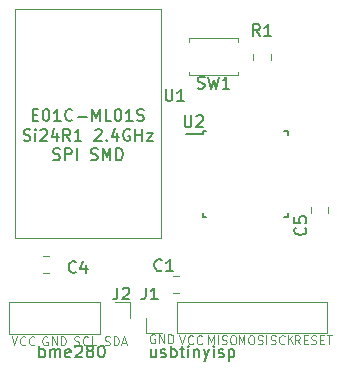
<source format=gbr>
G04 #@! TF.GenerationSoftware,KiCad,Pcbnew,(6.0.11)*
G04 #@! TF.CreationDate,2023-02-12T22:37:01+01:00*
G04 #@! TF.ProjectId,atmega328p-au--e01c-ml01s--bme280--cr2032,61746d65-6761-4333-9238-702d61752d2d,rev?*
G04 #@! TF.SameCoordinates,Original*
G04 #@! TF.FileFunction,Legend,Top*
G04 #@! TF.FilePolarity,Positive*
%FSLAX46Y46*%
G04 Gerber Fmt 4.6, Leading zero omitted, Abs format (unit mm)*
G04 Created by KiCad (PCBNEW (6.0.11)) date 2023-02-12 22:37:01*
%MOMM*%
%LPD*%
G01*
G04 APERTURE LIST*
%ADD10C,0.150000*%
%ADD11C,0.125000*%
%ADD12C,0.120000*%
G04 APERTURE END LIST*
D10*
X109504761Y-86085714D02*
X109504761Y-86752380D01*
X109076190Y-86085714D02*
X109076190Y-86609523D01*
X109123809Y-86704761D01*
X109219047Y-86752380D01*
X109361904Y-86752380D01*
X109457142Y-86704761D01*
X109504761Y-86657142D01*
X109933333Y-86704761D02*
X110028571Y-86752380D01*
X110219047Y-86752380D01*
X110314285Y-86704761D01*
X110361904Y-86609523D01*
X110361904Y-86561904D01*
X110314285Y-86466666D01*
X110219047Y-86419047D01*
X110076190Y-86419047D01*
X109980952Y-86371428D01*
X109933333Y-86276190D01*
X109933333Y-86228571D01*
X109980952Y-86133333D01*
X110076190Y-86085714D01*
X110219047Y-86085714D01*
X110314285Y-86133333D01*
X110790476Y-86752380D02*
X110790476Y-85752380D01*
X110790476Y-86133333D02*
X110885714Y-86085714D01*
X111076190Y-86085714D01*
X111171428Y-86133333D01*
X111219047Y-86180952D01*
X111266666Y-86276190D01*
X111266666Y-86561904D01*
X111219047Y-86657142D01*
X111171428Y-86704761D01*
X111076190Y-86752380D01*
X110885714Y-86752380D01*
X110790476Y-86704761D01*
X111552380Y-86085714D02*
X111933333Y-86085714D01*
X111695238Y-85752380D02*
X111695238Y-86609523D01*
X111742857Y-86704761D01*
X111838095Y-86752380D01*
X111933333Y-86752380D01*
X112266666Y-86752380D02*
X112266666Y-86085714D01*
X112266666Y-85752380D02*
X112219047Y-85800000D01*
X112266666Y-85847619D01*
X112314285Y-85800000D01*
X112266666Y-85752380D01*
X112266666Y-85847619D01*
X112742857Y-86085714D02*
X112742857Y-86752380D01*
X112742857Y-86180952D02*
X112790476Y-86133333D01*
X112885714Y-86085714D01*
X113028571Y-86085714D01*
X113123809Y-86133333D01*
X113171428Y-86228571D01*
X113171428Y-86752380D01*
X113552380Y-86085714D02*
X113790476Y-86752380D01*
X114028571Y-86085714D02*
X113790476Y-86752380D01*
X113695238Y-86990476D01*
X113647619Y-87038095D01*
X113552380Y-87085714D01*
X114409523Y-86752380D02*
X114409523Y-86085714D01*
X114409523Y-85752380D02*
X114361904Y-85800000D01*
X114409523Y-85847619D01*
X114457142Y-85800000D01*
X114409523Y-85752380D01*
X114409523Y-85847619D01*
X114838095Y-86704761D02*
X114933333Y-86752380D01*
X115123809Y-86752380D01*
X115219047Y-86704761D01*
X115266666Y-86609523D01*
X115266666Y-86561904D01*
X115219047Y-86466666D01*
X115123809Y-86419047D01*
X114980952Y-86419047D01*
X114885714Y-86371428D01*
X114838095Y-86276190D01*
X114838095Y-86228571D01*
X114885714Y-86133333D01*
X114980952Y-86085714D01*
X115123809Y-86085714D01*
X115219047Y-86133333D01*
X115695238Y-86085714D02*
X115695238Y-87085714D01*
X115695238Y-86133333D02*
X115790476Y-86085714D01*
X115980952Y-86085714D01*
X116076190Y-86133333D01*
X116123809Y-86180952D01*
X116171428Y-86276190D01*
X116171428Y-86561904D01*
X116123809Y-86657142D01*
X116076190Y-86704761D01*
X115980952Y-86752380D01*
X115790476Y-86752380D01*
X115695238Y-86704761D01*
X99661904Y-86752380D02*
X99661904Y-85752380D01*
X99661904Y-86133333D02*
X99757142Y-86085714D01*
X99947619Y-86085714D01*
X100042857Y-86133333D01*
X100090476Y-86180952D01*
X100138095Y-86276190D01*
X100138095Y-86561904D01*
X100090476Y-86657142D01*
X100042857Y-86704761D01*
X99947619Y-86752380D01*
X99757142Y-86752380D01*
X99661904Y-86704761D01*
X100566666Y-86752380D02*
X100566666Y-86085714D01*
X100566666Y-86180952D02*
X100614285Y-86133333D01*
X100709523Y-86085714D01*
X100852380Y-86085714D01*
X100947619Y-86133333D01*
X100995238Y-86228571D01*
X100995238Y-86752380D01*
X100995238Y-86228571D02*
X101042857Y-86133333D01*
X101138095Y-86085714D01*
X101280952Y-86085714D01*
X101376190Y-86133333D01*
X101423809Y-86228571D01*
X101423809Y-86752380D01*
X102280952Y-86704761D02*
X102185714Y-86752380D01*
X101995238Y-86752380D01*
X101900000Y-86704761D01*
X101852380Y-86609523D01*
X101852380Y-86228571D01*
X101900000Y-86133333D01*
X101995238Y-86085714D01*
X102185714Y-86085714D01*
X102280952Y-86133333D01*
X102328571Y-86228571D01*
X102328571Y-86323809D01*
X101852380Y-86419047D01*
X102709523Y-85847619D02*
X102757142Y-85800000D01*
X102852380Y-85752380D01*
X103090476Y-85752380D01*
X103185714Y-85800000D01*
X103233333Y-85847619D01*
X103280952Y-85942857D01*
X103280952Y-86038095D01*
X103233333Y-86180952D01*
X102661904Y-86752380D01*
X103280952Y-86752380D01*
X103852380Y-86180952D02*
X103757142Y-86133333D01*
X103709523Y-86085714D01*
X103661904Y-85990476D01*
X103661904Y-85942857D01*
X103709523Y-85847619D01*
X103757142Y-85800000D01*
X103852380Y-85752380D01*
X104042857Y-85752380D01*
X104138095Y-85800000D01*
X104185714Y-85847619D01*
X104233333Y-85942857D01*
X104233333Y-85990476D01*
X104185714Y-86085714D01*
X104138095Y-86133333D01*
X104042857Y-86180952D01*
X103852380Y-86180952D01*
X103757142Y-86228571D01*
X103709523Y-86276190D01*
X103661904Y-86371428D01*
X103661904Y-86561904D01*
X103709523Y-86657142D01*
X103757142Y-86704761D01*
X103852380Y-86752380D01*
X104042857Y-86752380D01*
X104138095Y-86704761D01*
X104185714Y-86657142D01*
X104233333Y-86561904D01*
X104233333Y-86371428D01*
X104185714Y-86276190D01*
X104138095Y-86228571D01*
X104042857Y-86180952D01*
X104852380Y-85752380D02*
X104947619Y-85752380D01*
X105042857Y-85800000D01*
X105090476Y-85847619D01*
X105138095Y-85942857D01*
X105185714Y-86133333D01*
X105185714Y-86371428D01*
X105138095Y-86561904D01*
X105090476Y-86657142D01*
X105042857Y-86704761D01*
X104947619Y-86752380D01*
X104852380Y-86752380D01*
X104757142Y-86704761D01*
X104709523Y-86657142D01*
X104661904Y-86561904D01*
X104614285Y-86371428D01*
X104614285Y-86133333D01*
X104661904Y-85942857D01*
X104709523Y-85847619D01*
X104757142Y-85800000D01*
X104852380Y-85752380D01*
D11*
X119235714Y-85603571D02*
X119342857Y-85639285D01*
X119521428Y-85639285D01*
X119592857Y-85603571D01*
X119628571Y-85567857D01*
X119664285Y-85496428D01*
X119664285Y-85425000D01*
X119628571Y-85353571D01*
X119592857Y-85317857D01*
X119521428Y-85282142D01*
X119378571Y-85246428D01*
X119307142Y-85210714D01*
X119271428Y-85175000D01*
X119235714Y-85103571D01*
X119235714Y-85032142D01*
X119271428Y-84960714D01*
X119307142Y-84925000D01*
X119378571Y-84889285D01*
X119557142Y-84889285D01*
X119664285Y-84925000D01*
X120414285Y-85567857D02*
X120378571Y-85603571D01*
X120271428Y-85639285D01*
X120200000Y-85639285D01*
X120092857Y-85603571D01*
X120021428Y-85532142D01*
X119985714Y-85460714D01*
X119950000Y-85317857D01*
X119950000Y-85210714D01*
X119985714Y-85067857D01*
X120021428Y-84996428D01*
X120092857Y-84925000D01*
X120200000Y-84889285D01*
X120271428Y-84889285D01*
X120378571Y-84925000D01*
X120414285Y-84960714D01*
X120735714Y-85639285D02*
X120735714Y-84889285D01*
X121164285Y-85639285D02*
X120842857Y-85210714D01*
X121164285Y-84889285D02*
X120735714Y-85317857D01*
X109428571Y-84825000D02*
X109357142Y-84789285D01*
X109250000Y-84789285D01*
X109142857Y-84825000D01*
X109071428Y-84896428D01*
X109035714Y-84967857D01*
X109000000Y-85110714D01*
X109000000Y-85217857D01*
X109035714Y-85360714D01*
X109071428Y-85432142D01*
X109142857Y-85503571D01*
X109250000Y-85539285D01*
X109321428Y-85539285D01*
X109428571Y-85503571D01*
X109464285Y-85467857D01*
X109464285Y-85217857D01*
X109321428Y-85217857D01*
X109785714Y-85539285D02*
X109785714Y-84789285D01*
X110214285Y-85539285D01*
X110214285Y-84789285D01*
X110571428Y-85539285D02*
X110571428Y-84789285D01*
X110750000Y-84789285D01*
X110857142Y-84825000D01*
X110928571Y-84896428D01*
X110964285Y-84967857D01*
X111000000Y-85110714D01*
X111000000Y-85217857D01*
X110964285Y-85360714D01*
X110928571Y-85432142D01*
X110857142Y-85503571D01*
X110750000Y-85539285D01*
X110571428Y-85539285D01*
X121710714Y-85639285D02*
X121460714Y-85282142D01*
X121282142Y-85639285D02*
X121282142Y-84889285D01*
X121567857Y-84889285D01*
X121639285Y-84925000D01*
X121675000Y-84960714D01*
X121710714Y-85032142D01*
X121710714Y-85139285D01*
X121675000Y-85210714D01*
X121639285Y-85246428D01*
X121567857Y-85282142D01*
X121282142Y-85282142D01*
X122032142Y-85246428D02*
X122282142Y-85246428D01*
X122389285Y-85639285D02*
X122032142Y-85639285D01*
X122032142Y-84889285D01*
X122389285Y-84889285D01*
X122675000Y-85603571D02*
X122782142Y-85639285D01*
X122960714Y-85639285D01*
X123032142Y-85603571D01*
X123067857Y-85567857D01*
X123103571Y-85496428D01*
X123103571Y-85425000D01*
X123067857Y-85353571D01*
X123032142Y-85317857D01*
X122960714Y-85282142D01*
X122817857Y-85246428D01*
X122746428Y-85210714D01*
X122710714Y-85175000D01*
X122675000Y-85103571D01*
X122675000Y-85032142D01*
X122710714Y-84960714D01*
X122746428Y-84925000D01*
X122817857Y-84889285D01*
X122996428Y-84889285D01*
X123103571Y-84925000D01*
X123425000Y-85246428D02*
X123675000Y-85246428D01*
X123782142Y-85639285D02*
X123425000Y-85639285D01*
X123425000Y-84889285D01*
X123782142Y-84889285D01*
X123996428Y-84889285D02*
X124425000Y-84889285D01*
X124210714Y-85639285D02*
X124210714Y-84889285D01*
X111500000Y-84889285D02*
X111750000Y-85639285D01*
X112000000Y-84889285D01*
X112678571Y-85567857D02*
X112642857Y-85603571D01*
X112535714Y-85639285D01*
X112464285Y-85639285D01*
X112357142Y-85603571D01*
X112285714Y-85532142D01*
X112250000Y-85460714D01*
X112214285Y-85317857D01*
X112214285Y-85210714D01*
X112250000Y-85067857D01*
X112285714Y-84996428D01*
X112357142Y-84925000D01*
X112464285Y-84889285D01*
X112535714Y-84889285D01*
X112642857Y-84925000D01*
X112678571Y-84960714D01*
X113428571Y-85567857D02*
X113392857Y-85603571D01*
X113285714Y-85639285D01*
X113214285Y-85639285D01*
X113107142Y-85603571D01*
X113035714Y-85532142D01*
X113000000Y-85460714D01*
X112964285Y-85317857D01*
X112964285Y-85210714D01*
X113000000Y-85067857D01*
X113035714Y-84996428D01*
X113107142Y-84925000D01*
X113214285Y-84889285D01*
X113285714Y-84889285D01*
X113392857Y-84925000D01*
X113428571Y-84960714D01*
X100328571Y-85025000D02*
X100257142Y-84989285D01*
X100150000Y-84989285D01*
X100042857Y-85025000D01*
X99971428Y-85096428D01*
X99935714Y-85167857D01*
X99900000Y-85310714D01*
X99900000Y-85417857D01*
X99935714Y-85560714D01*
X99971428Y-85632142D01*
X100042857Y-85703571D01*
X100150000Y-85739285D01*
X100221428Y-85739285D01*
X100328571Y-85703571D01*
X100364285Y-85667857D01*
X100364285Y-85417857D01*
X100221428Y-85417857D01*
X100685714Y-85739285D02*
X100685714Y-84989285D01*
X101114285Y-85739285D01*
X101114285Y-84989285D01*
X101471428Y-85739285D02*
X101471428Y-84989285D01*
X101650000Y-84989285D01*
X101757142Y-85025000D01*
X101828571Y-85096428D01*
X101864285Y-85167857D01*
X101900000Y-85310714D01*
X101900000Y-85417857D01*
X101864285Y-85560714D01*
X101828571Y-85632142D01*
X101757142Y-85703571D01*
X101650000Y-85739285D01*
X101471428Y-85739285D01*
X116521428Y-85639285D02*
X116521428Y-84889285D01*
X116771428Y-85425000D01*
X117021428Y-84889285D01*
X117021428Y-85639285D01*
X117521428Y-84889285D02*
X117664285Y-84889285D01*
X117735714Y-84925000D01*
X117807142Y-84996428D01*
X117842857Y-85139285D01*
X117842857Y-85389285D01*
X117807142Y-85532142D01*
X117735714Y-85603571D01*
X117664285Y-85639285D01*
X117521428Y-85639285D01*
X117450000Y-85603571D01*
X117378571Y-85532142D01*
X117342857Y-85389285D01*
X117342857Y-85139285D01*
X117378571Y-84996428D01*
X117450000Y-84925000D01*
X117521428Y-84889285D01*
X118128571Y-85603571D02*
X118235714Y-85639285D01*
X118414285Y-85639285D01*
X118485714Y-85603571D01*
X118521428Y-85567857D01*
X118557142Y-85496428D01*
X118557142Y-85425000D01*
X118521428Y-85353571D01*
X118485714Y-85317857D01*
X118414285Y-85282142D01*
X118271428Y-85246428D01*
X118200000Y-85210714D01*
X118164285Y-85175000D01*
X118128571Y-85103571D01*
X118128571Y-85032142D01*
X118164285Y-84960714D01*
X118200000Y-84925000D01*
X118271428Y-84889285D01*
X118450000Y-84889285D01*
X118557142Y-84925000D01*
X118878571Y-85639285D02*
X118878571Y-84889285D01*
X113921428Y-85639285D02*
X113921428Y-84889285D01*
X114171428Y-85425000D01*
X114421428Y-84889285D01*
X114421428Y-85639285D01*
X114778571Y-85639285D02*
X114778571Y-84889285D01*
X115100000Y-85603571D02*
X115207142Y-85639285D01*
X115385714Y-85639285D01*
X115457142Y-85603571D01*
X115492857Y-85567857D01*
X115528571Y-85496428D01*
X115528571Y-85425000D01*
X115492857Y-85353571D01*
X115457142Y-85317857D01*
X115385714Y-85282142D01*
X115242857Y-85246428D01*
X115171428Y-85210714D01*
X115135714Y-85175000D01*
X115100000Y-85103571D01*
X115100000Y-85032142D01*
X115135714Y-84960714D01*
X115171428Y-84925000D01*
X115242857Y-84889285D01*
X115421428Y-84889285D01*
X115528571Y-84925000D01*
X115992857Y-84889285D02*
X116135714Y-84889285D01*
X116207142Y-84925000D01*
X116278571Y-84996428D01*
X116314285Y-85139285D01*
X116314285Y-85389285D01*
X116278571Y-85532142D01*
X116207142Y-85603571D01*
X116135714Y-85639285D01*
X115992857Y-85639285D01*
X115921428Y-85603571D01*
X115850000Y-85532142D01*
X115814285Y-85389285D01*
X115814285Y-85139285D01*
X115850000Y-84996428D01*
X115921428Y-84925000D01*
X115992857Y-84889285D01*
X97300000Y-84989285D02*
X97550000Y-85739285D01*
X97800000Y-84989285D01*
X98478571Y-85667857D02*
X98442857Y-85703571D01*
X98335714Y-85739285D01*
X98264285Y-85739285D01*
X98157142Y-85703571D01*
X98085714Y-85632142D01*
X98050000Y-85560714D01*
X98014285Y-85417857D01*
X98014285Y-85310714D01*
X98050000Y-85167857D01*
X98085714Y-85096428D01*
X98157142Y-85025000D01*
X98264285Y-84989285D01*
X98335714Y-84989285D01*
X98442857Y-85025000D01*
X98478571Y-85060714D01*
X99228571Y-85667857D02*
X99192857Y-85703571D01*
X99085714Y-85739285D01*
X99014285Y-85739285D01*
X98907142Y-85703571D01*
X98835714Y-85632142D01*
X98800000Y-85560714D01*
X98764285Y-85417857D01*
X98764285Y-85310714D01*
X98800000Y-85167857D01*
X98835714Y-85096428D01*
X98907142Y-85025000D01*
X99014285Y-84989285D01*
X99085714Y-84989285D01*
X99192857Y-85025000D01*
X99228571Y-85060714D01*
X102607142Y-85703571D02*
X102714285Y-85739285D01*
X102892857Y-85739285D01*
X102964285Y-85703571D01*
X103000000Y-85667857D01*
X103035714Y-85596428D01*
X103035714Y-85525000D01*
X103000000Y-85453571D01*
X102964285Y-85417857D01*
X102892857Y-85382142D01*
X102750000Y-85346428D01*
X102678571Y-85310714D01*
X102642857Y-85275000D01*
X102607142Y-85203571D01*
X102607142Y-85132142D01*
X102642857Y-85060714D01*
X102678571Y-85025000D01*
X102750000Y-84989285D01*
X102928571Y-84989285D01*
X103035714Y-85025000D01*
X103785714Y-85667857D02*
X103750000Y-85703571D01*
X103642857Y-85739285D01*
X103571428Y-85739285D01*
X103464285Y-85703571D01*
X103392857Y-85632142D01*
X103357142Y-85560714D01*
X103321428Y-85417857D01*
X103321428Y-85310714D01*
X103357142Y-85167857D01*
X103392857Y-85096428D01*
X103464285Y-85025000D01*
X103571428Y-84989285D01*
X103642857Y-84989285D01*
X103750000Y-85025000D01*
X103785714Y-85060714D01*
X104464285Y-85739285D02*
X104107142Y-85739285D01*
X104107142Y-84989285D01*
X105189285Y-85703571D02*
X105296428Y-85739285D01*
X105475000Y-85739285D01*
X105546428Y-85703571D01*
X105582142Y-85667857D01*
X105617857Y-85596428D01*
X105617857Y-85525000D01*
X105582142Y-85453571D01*
X105546428Y-85417857D01*
X105475000Y-85382142D01*
X105332142Y-85346428D01*
X105260714Y-85310714D01*
X105225000Y-85275000D01*
X105189285Y-85203571D01*
X105189285Y-85132142D01*
X105225000Y-85060714D01*
X105260714Y-85025000D01*
X105332142Y-84989285D01*
X105510714Y-84989285D01*
X105617857Y-85025000D01*
X105939285Y-85739285D02*
X105939285Y-84989285D01*
X106117857Y-84989285D01*
X106225000Y-85025000D01*
X106296428Y-85096428D01*
X106332142Y-85167857D01*
X106367857Y-85310714D01*
X106367857Y-85417857D01*
X106332142Y-85560714D01*
X106296428Y-85632142D01*
X106225000Y-85703571D01*
X106117857Y-85739285D01*
X105939285Y-85739285D01*
X106653571Y-85525000D02*
X107010714Y-85525000D01*
X106582142Y-85739285D02*
X106832142Y-84989285D01*
X107082142Y-85739285D01*
D10*
X110338095Y-64052380D02*
X110338095Y-64861904D01*
X110385714Y-64957142D01*
X110433333Y-65004761D01*
X110528571Y-65052380D01*
X110719047Y-65052380D01*
X110814285Y-65004761D01*
X110861904Y-64957142D01*
X110909523Y-64861904D01*
X110909523Y-64052380D01*
X111909523Y-65052380D02*
X111338095Y-65052380D01*
X111623809Y-65052380D02*
X111623809Y-64052380D01*
X111528571Y-64195238D01*
X111433333Y-64290476D01*
X111338095Y-64338095D01*
X99079523Y-66222571D02*
X99412857Y-66222571D01*
X99555714Y-66746380D02*
X99079523Y-66746380D01*
X99079523Y-65746380D01*
X99555714Y-65746380D01*
X100174761Y-65746380D02*
X100270000Y-65746380D01*
X100365238Y-65794000D01*
X100412857Y-65841619D01*
X100460476Y-65936857D01*
X100508095Y-66127333D01*
X100508095Y-66365428D01*
X100460476Y-66555904D01*
X100412857Y-66651142D01*
X100365238Y-66698761D01*
X100270000Y-66746380D01*
X100174761Y-66746380D01*
X100079523Y-66698761D01*
X100031904Y-66651142D01*
X99984285Y-66555904D01*
X99936666Y-66365428D01*
X99936666Y-66127333D01*
X99984285Y-65936857D01*
X100031904Y-65841619D01*
X100079523Y-65794000D01*
X100174761Y-65746380D01*
X101460476Y-66746380D02*
X100889047Y-66746380D01*
X101174761Y-66746380D02*
X101174761Y-65746380D01*
X101079523Y-65889238D01*
X100984285Y-65984476D01*
X100889047Y-66032095D01*
X102460476Y-66651142D02*
X102412857Y-66698761D01*
X102270000Y-66746380D01*
X102174761Y-66746380D01*
X102031904Y-66698761D01*
X101936666Y-66603523D01*
X101889047Y-66508285D01*
X101841428Y-66317809D01*
X101841428Y-66174952D01*
X101889047Y-65984476D01*
X101936666Y-65889238D01*
X102031904Y-65794000D01*
X102174761Y-65746380D01*
X102270000Y-65746380D01*
X102412857Y-65794000D01*
X102460476Y-65841619D01*
X102889047Y-66365428D02*
X103650952Y-66365428D01*
X104127142Y-66746380D02*
X104127142Y-65746380D01*
X104460476Y-66460666D01*
X104793809Y-65746380D01*
X104793809Y-66746380D01*
X105746190Y-66746380D02*
X105270000Y-66746380D01*
X105270000Y-65746380D01*
X106270000Y-65746380D02*
X106365238Y-65746380D01*
X106460476Y-65794000D01*
X106508095Y-65841619D01*
X106555714Y-65936857D01*
X106603333Y-66127333D01*
X106603333Y-66365428D01*
X106555714Y-66555904D01*
X106508095Y-66651142D01*
X106460476Y-66698761D01*
X106365238Y-66746380D01*
X106270000Y-66746380D01*
X106174761Y-66698761D01*
X106127142Y-66651142D01*
X106079523Y-66555904D01*
X106031904Y-66365428D01*
X106031904Y-66127333D01*
X106079523Y-65936857D01*
X106127142Y-65841619D01*
X106174761Y-65794000D01*
X106270000Y-65746380D01*
X107555714Y-66746380D02*
X106984285Y-66746380D01*
X107270000Y-66746380D02*
X107270000Y-65746380D01*
X107174761Y-65889238D01*
X107079523Y-65984476D01*
X106984285Y-66032095D01*
X107936666Y-66698761D02*
X108079523Y-66746380D01*
X108317619Y-66746380D01*
X108412857Y-66698761D01*
X108460476Y-66651142D01*
X108508095Y-66555904D01*
X108508095Y-66460666D01*
X108460476Y-66365428D01*
X108412857Y-66317809D01*
X108317619Y-66270190D01*
X108127142Y-66222571D01*
X108031904Y-66174952D01*
X107984285Y-66127333D01*
X107936666Y-66032095D01*
X107936666Y-65936857D01*
X107984285Y-65841619D01*
X108031904Y-65794000D01*
X108127142Y-65746380D01*
X108365238Y-65746380D01*
X108508095Y-65794000D01*
X100817619Y-70004761D02*
X100960476Y-70052380D01*
X101198571Y-70052380D01*
X101293809Y-70004761D01*
X101341428Y-69957142D01*
X101389047Y-69861904D01*
X101389047Y-69766666D01*
X101341428Y-69671428D01*
X101293809Y-69623809D01*
X101198571Y-69576190D01*
X101008095Y-69528571D01*
X100912857Y-69480952D01*
X100865238Y-69433333D01*
X100817619Y-69338095D01*
X100817619Y-69242857D01*
X100865238Y-69147619D01*
X100912857Y-69100000D01*
X101008095Y-69052380D01*
X101246190Y-69052380D01*
X101389047Y-69100000D01*
X101817619Y-70052380D02*
X101817619Y-69052380D01*
X102198571Y-69052380D01*
X102293809Y-69100000D01*
X102341428Y-69147619D01*
X102389047Y-69242857D01*
X102389047Y-69385714D01*
X102341428Y-69480952D01*
X102293809Y-69528571D01*
X102198571Y-69576190D01*
X101817619Y-69576190D01*
X102817619Y-70052380D02*
X102817619Y-69052380D01*
X104008095Y-70004761D02*
X104150952Y-70052380D01*
X104389047Y-70052380D01*
X104484285Y-70004761D01*
X104531904Y-69957142D01*
X104579523Y-69861904D01*
X104579523Y-69766666D01*
X104531904Y-69671428D01*
X104484285Y-69623809D01*
X104389047Y-69576190D01*
X104198571Y-69528571D01*
X104103333Y-69480952D01*
X104055714Y-69433333D01*
X104008095Y-69338095D01*
X104008095Y-69242857D01*
X104055714Y-69147619D01*
X104103333Y-69100000D01*
X104198571Y-69052380D01*
X104436666Y-69052380D01*
X104579523Y-69100000D01*
X105008095Y-70052380D02*
X105008095Y-69052380D01*
X105341428Y-69766666D01*
X105674761Y-69052380D01*
X105674761Y-70052380D01*
X106150952Y-70052380D02*
X106150952Y-69052380D01*
X106389047Y-69052380D01*
X106531904Y-69100000D01*
X106627142Y-69195238D01*
X106674761Y-69290476D01*
X106722380Y-69480952D01*
X106722380Y-69623809D01*
X106674761Y-69814285D01*
X106627142Y-69909523D01*
X106531904Y-70004761D01*
X106389047Y-70052380D01*
X106150952Y-70052380D01*
X98317619Y-68374761D02*
X98460476Y-68422380D01*
X98698571Y-68422380D01*
X98793809Y-68374761D01*
X98841428Y-68327142D01*
X98889047Y-68231904D01*
X98889047Y-68136666D01*
X98841428Y-68041428D01*
X98793809Y-67993809D01*
X98698571Y-67946190D01*
X98508095Y-67898571D01*
X98412857Y-67850952D01*
X98365238Y-67803333D01*
X98317619Y-67708095D01*
X98317619Y-67612857D01*
X98365238Y-67517619D01*
X98412857Y-67470000D01*
X98508095Y-67422380D01*
X98746190Y-67422380D01*
X98889047Y-67470000D01*
X99317619Y-68422380D02*
X99317619Y-67755714D01*
X99317619Y-67422380D02*
X99270000Y-67470000D01*
X99317619Y-67517619D01*
X99365238Y-67470000D01*
X99317619Y-67422380D01*
X99317619Y-67517619D01*
X99746190Y-67517619D02*
X99793809Y-67470000D01*
X99889047Y-67422380D01*
X100127142Y-67422380D01*
X100222380Y-67470000D01*
X100270000Y-67517619D01*
X100317619Y-67612857D01*
X100317619Y-67708095D01*
X100270000Y-67850952D01*
X99698571Y-68422380D01*
X100317619Y-68422380D01*
X101174761Y-67755714D02*
X101174761Y-68422380D01*
X100936666Y-67374761D02*
X100698571Y-68089047D01*
X101317619Y-68089047D01*
X102270000Y-68422380D02*
X101936666Y-67946190D01*
X101698571Y-68422380D02*
X101698571Y-67422380D01*
X102079523Y-67422380D01*
X102174761Y-67470000D01*
X102222380Y-67517619D01*
X102270000Y-67612857D01*
X102270000Y-67755714D01*
X102222380Y-67850952D01*
X102174761Y-67898571D01*
X102079523Y-67946190D01*
X101698571Y-67946190D01*
X103222380Y-68422380D02*
X102650952Y-68422380D01*
X102936666Y-68422380D02*
X102936666Y-67422380D01*
X102841428Y-67565238D01*
X102746190Y-67660476D01*
X102650952Y-67708095D01*
X104365238Y-67517619D02*
X104412857Y-67470000D01*
X104508095Y-67422380D01*
X104746190Y-67422380D01*
X104841428Y-67470000D01*
X104889047Y-67517619D01*
X104936666Y-67612857D01*
X104936666Y-67708095D01*
X104889047Y-67850952D01*
X104317619Y-68422380D01*
X104936666Y-68422380D01*
X105365238Y-68327142D02*
X105412857Y-68374761D01*
X105365238Y-68422380D01*
X105317619Y-68374761D01*
X105365238Y-68327142D01*
X105365238Y-68422380D01*
X106270000Y-67755714D02*
X106270000Y-68422380D01*
X106031904Y-67374761D02*
X105793809Y-68089047D01*
X106412857Y-68089047D01*
X107317619Y-67470000D02*
X107222380Y-67422380D01*
X107079523Y-67422380D01*
X106936666Y-67470000D01*
X106841428Y-67565238D01*
X106793809Y-67660476D01*
X106746190Y-67850952D01*
X106746190Y-67993809D01*
X106793809Y-68184285D01*
X106841428Y-68279523D01*
X106936666Y-68374761D01*
X107079523Y-68422380D01*
X107174761Y-68422380D01*
X107317619Y-68374761D01*
X107365238Y-68327142D01*
X107365238Y-67993809D01*
X107174761Y-67993809D01*
X107793809Y-68422380D02*
X107793809Y-67422380D01*
X107793809Y-67898571D02*
X108365238Y-67898571D01*
X108365238Y-68422380D02*
X108365238Y-67422380D01*
X108746190Y-67755714D02*
X109269999Y-67755714D01*
X108746190Y-68422380D01*
X109269999Y-68422380D01*
X106266666Y-80852380D02*
X106266666Y-81566666D01*
X106219047Y-81709523D01*
X106123809Y-81804761D01*
X105980952Y-81852380D01*
X105885714Y-81852380D01*
X106695238Y-80947619D02*
X106742857Y-80900000D01*
X106838095Y-80852380D01*
X107076190Y-80852380D01*
X107171428Y-80900000D01*
X107219047Y-80947619D01*
X107266666Y-81042857D01*
X107266666Y-81138095D01*
X107219047Y-81280952D01*
X106647619Y-81852380D01*
X107266666Y-81852380D01*
X110018333Y-79359142D02*
X109970714Y-79406761D01*
X109827857Y-79454380D01*
X109732619Y-79454380D01*
X109589761Y-79406761D01*
X109494523Y-79311523D01*
X109446904Y-79216285D01*
X109399285Y-79025809D01*
X109399285Y-78882952D01*
X109446904Y-78692476D01*
X109494523Y-78597238D01*
X109589761Y-78502000D01*
X109732619Y-78454380D01*
X109827857Y-78454380D01*
X109970714Y-78502000D01*
X110018333Y-78549619D01*
X110970714Y-79454380D02*
X110399285Y-79454380D01*
X110685000Y-79454380D02*
X110685000Y-78454380D01*
X110589761Y-78597238D01*
X110494523Y-78692476D01*
X110399285Y-78740095D01*
X102753333Y-79507142D02*
X102705714Y-79554761D01*
X102562857Y-79602380D01*
X102467619Y-79602380D01*
X102324761Y-79554761D01*
X102229523Y-79459523D01*
X102181904Y-79364285D01*
X102134285Y-79173809D01*
X102134285Y-79030952D01*
X102181904Y-78840476D01*
X102229523Y-78745238D01*
X102324761Y-78650000D01*
X102467619Y-78602380D01*
X102562857Y-78602380D01*
X102705714Y-78650000D01*
X102753333Y-78697619D01*
X103610476Y-78935714D02*
X103610476Y-79602380D01*
X103372380Y-78554761D02*
X103134285Y-79269047D01*
X103753333Y-79269047D01*
X113066666Y-63954761D02*
X113209523Y-64002380D01*
X113447619Y-64002380D01*
X113542857Y-63954761D01*
X113590476Y-63907142D01*
X113638095Y-63811904D01*
X113638095Y-63716666D01*
X113590476Y-63621428D01*
X113542857Y-63573809D01*
X113447619Y-63526190D01*
X113257142Y-63478571D01*
X113161904Y-63430952D01*
X113114285Y-63383333D01*
X113066666Y-63288095D01*
X113066666Y-63192857D01*
X113114285Y-63097619D01*
X113161904Y-63050000D01*
X113257142Y-63002380D01*
X113495238Y-63002380D01*
X113638095Y-63050000D01*
X113971428Y-63002380D02*
X114209523Y-64002380D01*
X114400000Y-63288095D01*
X114590476Y-64002380D01*
X114828571Y-63002380D01*
X115733333Y-64002380D02*
X115161904Y-64002380D01*
X115447619Y-64002380D02*
X115447619Y-63002380D01*
X115352380Y-63145238D01*
X115257142Y-63240476D01*
X115161904Y-63288095D01*
X108666666Y-80852380D02*
X108666666Y-81566666D01*
X108619047Y-81709523D01*
X108523809Y-81804761D01*
X108380952Y-81852380D01*
X108285714Y-81852380D01*
X109666666Y-81852380D02*
X109095238Y-81852380D01*
X109380952Y-81852380D02*
X109380952Y-80852380D01*
X109285714Y-80995238D01*
X109190476Y-81090476D01*
X109095238Y-81138095D01*
X122157142Y-75766666D02*
X122204761Y-75814285D01*
X122252380Y-75957142D01*
X122252380Y-76052380D01*
X122204761Y-76195238D01*
X122109523Y-76290476D01*
X122014285Y-76338095D01*
X121823809Y-76385714D01*
X121680952Y-76385714D01*
X121490476Y-76338095D01*
X121395238Y-76290476D01*
X121300000Y-76195238D01*
X121252380Y-76052380D01*
X121252380Y-75957142D01*
X121300000Y-75814285D01*
X121347619Y-75766666D01*
X121252380Y-74861904D02*
X121252380Y-75338095D01*
X121728571Y-75385714D01*
X121680952Y-75338095D01*
X121633333Y-75242857D01*
X121633333Y-75004761D01*
X121680952Y-74909523D01*
X121728571Y-74861904D01*
X121823809Y-74814285D01*
X122061904Y-74814285D01*
X122157142Y-74861904D01*
X122204761Y-74909523D01*
X122252380Y-75004761D01*
X122252380Y-75242857D01*
X122204761Y-75338095D01*
X122157142Y-75385714D01*
X111958095Y-66262380D02*
X111958095Y-67071904D01*
X112005714Y-67167142D01*
X112053333Y-67214761D01*
X112148571Y-67262380D01*
X112339047Y-67262380D01*
X112434285Y-67214761D01*
X112481904Y-67167142D01*
X112529523Y-67071904D01*
X112529523Y-66262380D01*
X112958095Y-66357619D02*
X113005714Y-66310000D01*
X113100952Y-66262380D01*
X113339047Y-66262380D01*
X113434285Y-66310000D01*
X113481904Y-66357619D01*
X113529523Y-66452857D01*
X113529523Y-66548095D01*
X113481904Y-66690952D01*
X112910476Y-67262380D01*
X113529523Y-67262380D01*
X118333333Y-59552380D02*
X118000000Y-59076190D01*
X117761904Y-59552380D02*
X117761904Y-58552380D01*
X118142857Y-58552380D01*
X118238095Y-58600000D01*
X118285714Y-58647619D01*
X118333333Y-58742857D01*
X118333333Y-58885714D01*
X118285714Y-58980952D01*
X118238095Y-59028571D01*
X118142857Y-59076190D01*
X117761904Y-59076190D01*
X119285714Y-59552380D02*
X118714285Y-59552380D01*
X119000000Y-59552380D02*
X119000000Y-58552380D01*
X118904761Y-58695238D01*
X118809523Y-58790476D01*
X118714285Y-58838095D01*
D12*
X109986099Y-76686333D02*
X97587560Y-76686333D01*
X97587560Y-76686333D02*
X97587560Y-57260884D01*
X97587560Y-57260884D02*
X109986099Y-57260884D01*
X109986099Y-57260884D02*
X109986099Y-76686333D01*
X107350000Y-82109000D02*
X107350000Y-83439000D01*
X106020000Y-82109000D02*
X107350000Y-82109000D01*
X97070000Y-82109000D02*
X97070000Y-84769000D01*
X104750000Y-82109000D02*
X97070000Y-82109000D01*
X104750000Y-82109000D02*
X104750000Y-84769000D01*
X104750000Y-84769000D02*
X97070000Y-84769000D01*
X110938748Y-79865000D02*
X111461252Y-79865000D01*
X110938748Y-81335000D02*
X111461252Y-81335000D01*
X100511252Y-78165000D02*
X99988748Y-78165000D01*
X100511252Y-79635000D02*
X99988748Y-79635000D01*
X112330000Y-60030000D02*
X112330000Y-59730000D01*
X116470000Y-62870000D02*
X112330000Y-62870000D01*
X112330000Y-59730000D02*
X116470000Y-59730000D01*
X116470000Y-62570000D02*
X116470000Y-62870000D01*
X116470000Y-59730000D02*
X116470000Y-60030000D01*
X112330000Y-62870000D02*
X112330000Y-62570000D01*
X124030000Y-84730000D02*
X124030000Y-82070000D01*
X111270000Y-82070000D02*
X124030000Y-82070000D01*
X111270000Y-84730000D02*
X111270000Y-82070000D01*
X110000000Y-84730000D02*
X108670000Y-84730000D01*
X111270000Y-84730000D02*
X124030000Y-84730000D01*
X108670000Y-84730000D02*
X108670000Y-83400000D01*
X122665000Y-74511252D02*
X122665000Y-73988748D01*
X124135000Y-74511252D02*
X124135000Y-73988748D01*
D10*
X113469000Y-67622000D02*
X113794000Y-67622000D01*
X120719000Y-74872000D02*
X120394000Y-74872000D01*
X120719000Y-67622000D02*
X120394000Y-67622000D01*
X120719000Y-74872000D02*
X120719000Y-74547000D01*
X113469000Y-74872000D02*
X113794000Y-74872000D01*
X113469000Y-74872000D02*
X113469000Y-74547000D01*
X120719000Y-67622000D02*
X120719000Y-67947000D01*
X113469000Y-67622000D02*
X113469000Y-67847000D01*
X113469000Y-67847000D02*
X112044000Y-67847000D01*
D12*
X117765000Y-61539564D02*
X117765000Y-61085436D01*
X119235000Y-61539564D02*
X119235000Y-61085436D01*
M02*

</source>
